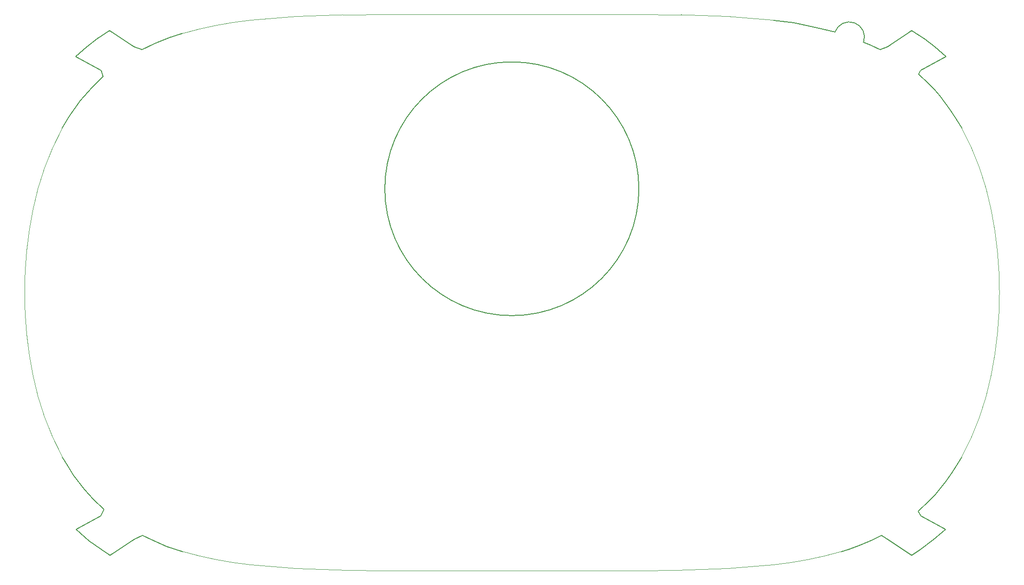
<source format=gm1>
G04 #@! TF.GenerationSoftware,KiCad,Pcbnew,(6.0.0-rc1-dev-1127-g569d4a0f6)*
G04 #@! TF.CreationDate,2018-12-11T03:09:38-08:00*
G04 #@! TF.ProjectId,Stylish-Belt-Synth - Full,5374796c-6973-4682-9d42-656c742d5379,rev?*
G04 #@! TF.SameCoordinates,Original*
G04 #@! TF.FileFunction,Profile,NP*
%FSLAX46Y46*%
G04 Gerber Fmt 4.6, Leading zero omitted, Abs format (unit mm)*
G04 Created by KiCad (PCBNEW (6.0.0-rc1-dev-1127-g569d4a0f6)) date 12/11/2018 3:09:38 AM*
%MOMM*%
%LPD*%
G01*
G04 APERTURE LIST*
%ADD10C,0.150000*%
%ADD11C,0.200000*%
%ADD12C,0.100000*%
G04 APERTURE END LIST*
D10*
X67450000Y-136710000D02*
X66489823Y-135042325D01*
X68520000Y-138340000D02*
X67450000Y-136710000D01*
X70530000Y-140970000D02*
X68520000Y-138340000D01*
X72140000Y-142750000D02*
X70530000Y-140970000D01*
X74080000Y-144620000D02*
X72140000Y-142750000D01*
X73490000Y-145790000D02*
X74080000Y-144620000D01*
X68990000Y-148250000D02*
X73490000Y-145790000D01*
X71370000Y-150350000D02*
X68990000Y-148250000D01*
X73540000Y-151930000D02*
X71370000Y-150350000D01*
X75160000Y-152980000D02*
X73540000Y-151930000D01*
X79640000Y-150020000D02*
X75160000Y-152980000D01*
X81060000Y-149370000D02*
X79640000Y-150020000D01*
X82680000Y-150170000D02*
X81060000Y-149370000D01*
X85490000Y-151360000D02*
X82680000Y-150170000D01*
X88362058Y-152298406D02*
X85490000Y-151360000D01*
X209960000Y-151900000D02*
X208640141Y-152298406D01*
X211950000Y-151180000D02*
X209960000Y-151900000D01*
X214200000Y-150210000D02*
X211950000Y-151180000D01*
X215870000Y-149390000D02*
X214200000Y-150210000D01*
X216790000Y-149970000D02*
X215870000Y-149390000D01*
X221360000Y-152980000D02*
X216790000Y-149970000D01*
X222900000Y-151990000D02*
X221360000Y-152980000D01*
X225390000Y-150130000D02*
X222900000Y-151990000D01*
X227560000Y-148270000D02*
X225390000Y-150130000D01*
X223090000Y-145830000D02*
X227560000Y-148270000D01*
X222560000Y-144940000D02*
X223090000Y-145830000D01*
X224620000Y-143000000D02*
X222560000Y-144940000D01*
X225670000Y-141890000D02*
X224620000Y-143000000D01*
X227690000Y-139440000D02*
X225670000Y-141890000D01*
X228710000Y-138020000D02*
X227690000Y-139440000D01*
X229860000Y-136200000D02*
X228710000Y-138020000D01*
X230512377Y-135042325D02*
X229860000Y-136200000D01*
X67760000Y-72800000D02*
X66489823Y-74964875D01*
X69770000Y-69980000D02*
X67760000Y-72800000D01*
X71850000Y-67560000D02*
X69770000Y-69980000D01*
X73930000Y-65560000D02*
X71850000Y-67560000D01*
X73560000Y-64420000D02*
X73930000Y-65560000D01*
X68890000Y-61900000D02*
X73560000Y-64420000D01*
X70910000Y-60100000D02*
X68890000Y-61900000D01*
X72900000Y-58570000D02*
X70910000Y-60100000D01*
X75080000Y-57150000D02*
X72900000Y-58570000D01*
X79590000Y-60140000D02*
X75080000Y-57150000D01*
X80970000Y-60620000D02*
X79590000Y-60140000D01*
X83290000Y-59530000D02*
X80970000Y-60620000D01*
X85990000Y-58460000D02*
X83290000Y-59530000D01*
X88362059Y-57708794D02*
X85990000Y-58460000D01*
X229720000Y-73590000D02*
X230512377Y-74964875D01*
X228620000Y-71870000D02*
X229720000Y-73590000D01*
X227780000Y-70680000D02*
X228620000Y-71870000D01*
X226530000Y-69100000D02*
X227780000Y-70680000D01*
X225500000Y-67920000D02*
X226530000Y-69100000D01*
X224340000Y-66710000D02*
X225500000Y-67920000D01*
X222650000Y-65120000D02*
X224340000Y-66710000D01*
X222980000Y-64430000D02*
X222650000Y-65120000D01*
X227650000Y-61890000D02*
X222980000Y-64430000D01*
X225660000Y-60130000D02*
X227650000Y-61890000D01*
X223720000Y-58660000D02*
X225660000Y-60130000D01*
X221420000Y-57150000D02*
X223720000Y-58660000D01*
X216960000Y-60120000D02*
X221420000Y-57150000D01*
X215630000Y-60670000D02*
X216960000Y-60120000D01*
X214010000Y-59880000D02*
X215630000Y-60670000D01*
X212609999Y-59279999D02*
X214010000Y-59880000D01*
X206630000Y-57280000D02*
X207400000Y-57420000D01*
X204880000Y-56810000D02*
X206630000Y-57280000D01*
X202570000Y-56300000D02*
X204880000Y-56810000D01*
X199890000Y-55750000D02*
X202570000Y-56300000D01*
X196203694Y-55269032D02*
X199890000Y-55750000D01*
X207405115Y-57413627D02*
G75*
G02X212609999Y-59279999I2604885J-926373D01*
G01*
D11*
X171632991Y-86051776D02*
G75*
G03X171632991Y-86051776I-23169991J0D01*
G01*
D12*
X179296496Y-54281971D02*
G75*
G02X196203694Y-55269032I-2209433J-183138863D01*
G01*
X179415124Y-54283442D02*
X170851904Y-54174585D01*
X117587076Y-54283442D02*
X126150296Y-54174585D01*
X160037453Y-54174585D02*
X148501100Y-54203600D01*
X136964747Y-54174585D02*
X148501100Y-54203600D01*
X170851904Y-54174585D02*
X160037453Y-54174585D01*
X126150296Y-54174585D02*
X136964747Y-54174585D01*
X117587077Y-155723759D02*
G75*
G02X100798506Y-154738168I2328060J183137393D01*
G01*
X66489823Y-135042325D02*
G75*
G02X61103601Y-120058635I46561744J25197603D01*
G01*
X196203695Y-154738167D02*
G75*
G02X179415124Y-155723758I-19116632J182151801D01*
G01*
X235898599Y-120058635D02*
G75*
G02X230512377Y-135042325I-51947966J10213913D01*
G01*
X208640141Y-152298406D02*
G75*
G02X196203694Y-154738168I-20151862J69805482D01*
G01*
X117587076Y-155723758D02*
X126150296Y-155832615D01*
X61103600Y-120058635D02*
G75*
G02X59601100Y-105003600I73147618J14902665D01*
G01*
X126150296Y-155832615D02*
X136964747Y-155832615D01*
X170851904Y-155832615D02*
X160037453Y-155832615D01*
X136964747Y-155832615D02*
X148501100Y-155803600D01*
X100798505Y-154738168D02*
G75*
G02X88362058Y-152298406I7715416J72245244D01*
G01*
X237401099Y-105003600D02*
G75*
G02X235898599Y-120058635I-74650117J-152370D01*
G01*
X179415124Y-155723758D02*
X170851904Y-155832615D01*
X160037453Y-155832615D02*
X148501100Y-155803600D01*
X235898600Y-89948565D02*
G75*
G02X237401100Y-105003600I-73147618J-14902665D01*
G01*
X230512377Y-74964875D02*
G75*
G02X235898599Y-89948565I-46561744J-25197603D01*
G01*
X100798505Y-55269033D02*
G75*
G02X117587076Y-54283442I19116632J-182151801D01*
G01*
X88362059Y-57708794D02*
G75*
G02X100798506Y-55269032I20151862J-69805482D01*
G01*
X61103601Y-89948565D02*
G75*
G02X66489823Y-74964875I51947966J-10213913D01*
G01*
X59601101Y-105003600D02*
G75*
G02X61103601Y-89948565I74650117J152370D01*
G01*
M02*

</source>
